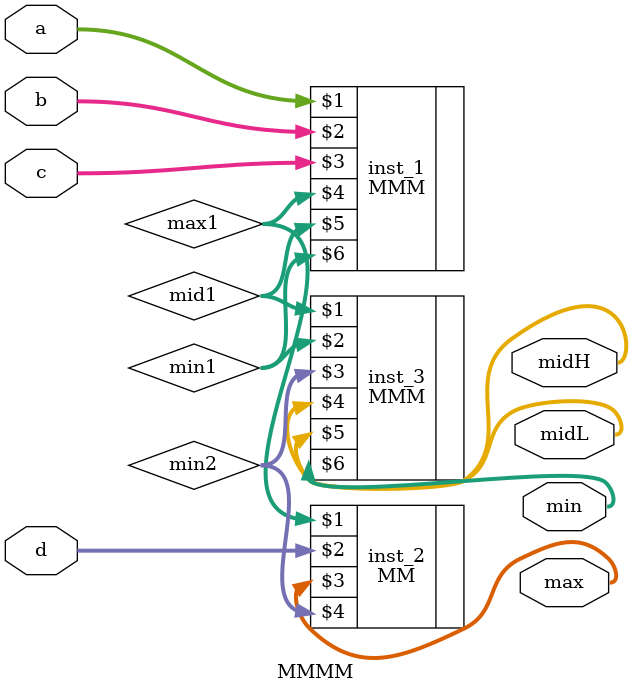
<source format=v>
module MMMM (
     input [7:0] a, b, c, d,
	 output [7:0] max, midH, midL, min
	 );
	 wire [7:0] max1, mid1, min1, min2;
	 
	 MMM inst_1 (a, b, c, max1, mid1, min1);
	 MM inst_2 (max1, d, max, min2);
	 MMM inst_3 (mid1, min1, min2, midH, midL, min);
	 
	endmodule
</source>
